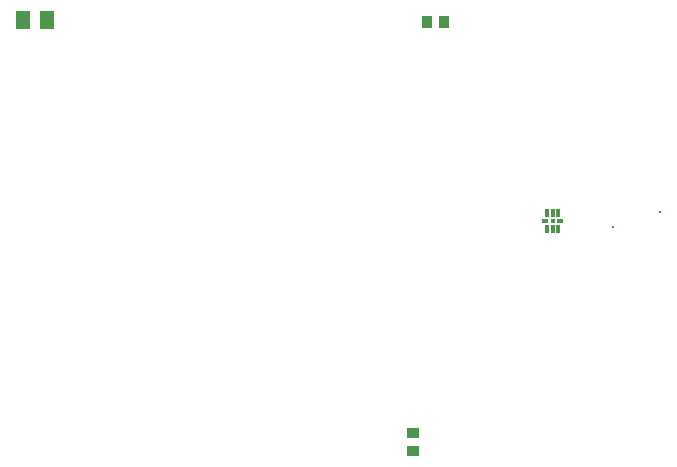
<source format=gts>
G04 Layer: TopSolderMaskLayer*
G04 EasyEDA v6.5.44, 2024-08-16 12:26:17*
G04 7e42b9d55ad24638b13205517f627361,2d8cd5a3a09a4cbeba5460295dcbb1e6,10*
G04 Gerber Generator version 0.2*
G04 Scale: 100 percent, Rotated: No, Reflected: No *
G04 Dimensions in millimeters *
G04 leading zeros omitted , absolute positions ,4 integer and 5 decimal *
%FSLAX45Y45*%
%MOMM*%

%AMMACRO1*4,1,8,-0.4211,-0.5009,-0.4509,-0.4709,-0.4509,0.4712,-0.4211,0.5009,0.4209,0.5009,0.4509,0.4712,0.4509,-0.4709,0.4209,-0.5009,-0.4211,-0.5009,0*%
%AMMACRO2*4,1,8,-0.5211,-0.7506,-0.5508,-0.7206,-0.5508,0.7209,-0.5211,0.7506,0.5208,0.7506,0.5508,0.7209,0.5508,-0.7206,0.5208,-0.7506,-0.5211,-0.7506,0*%
%AMMACRO3*4,1,8,-0.4531,-0.454,-0.4829,-0.4241,-0.4829,0.4243,-0.4531,0.454,0.4529,0.454,0.4829,0.4243,0.4829,-0.4241,0.4529,-0.454,-0.4531,-0.454,0*%
%AMMACRO4*4,1,8,-0.161,-0.3007,-0.1908,-0.2708,-0.1908,0.271,-0.161,0.3007,0.1608,0.3007,0.1908,0.271,0.1908,-0.2708,0.1608,-0.3007,-0.161,-0.3007,0*%
%AMMACRO5*4,1,8,-0.2461,-0.2008,-0.2758,-0.1708,-0.2758,0.1711,-0.2461,0.2008,0.2459,0.2008,0.2758,0.1711,0.2758,-0.1708,0.2459,-0.2008,-0.2461,-0.2008,0*%
%AMMACRO6*4,1,8,-0.1711,-0.2009,-0.2008,-0.1709,-0.2008,0.1712,-0.1711,0.2009,0.1708,0.2009,0.2008,0.1712,0.2008,-0.1709,0.1708,-0.2009,-0.1711,-0.2009,0*%
%ADD10C,0.3000*%
%ADD11MACRO1*%
%ADD12MACRO2*%
%ADD13MACRO3*%
%ADD14MACRO4*%
%ADD15MACRO5*%
%ADD16MACRO6*%

%LPD*%
D10*
G01*
X6024879Y-2567939D03*
G01*
X6418300Y-2440101D03*
D11*
G01*
X4451197Y-825500D03*
G01*
X4591202Y-825500D03*
D12*
G01*
X1025283Y-812800D03*
G01*
X1235341Y-812800D03*
D13*
G01*
X4330700Y-4456823D03*
G01*
X4330700Y-4306176D03*
D14*
G01*
X5561787Y-2449601D03*
G01*
X5511800Y-2449601D03*
G01*
X5461812Y-2449601D03*
D15*
G01*
X5451805Y-2514587D03*
D14*
G01*
X5461787Y-2579598D03*
G01*
X5511800Y-2579598D03*
G01*
X5561787Y-2579598D03*
D15*
G01*
X5571794Y-2514587D03*
D16*
G01*
X5511812Y-2514600D03*
M02*

</source>
